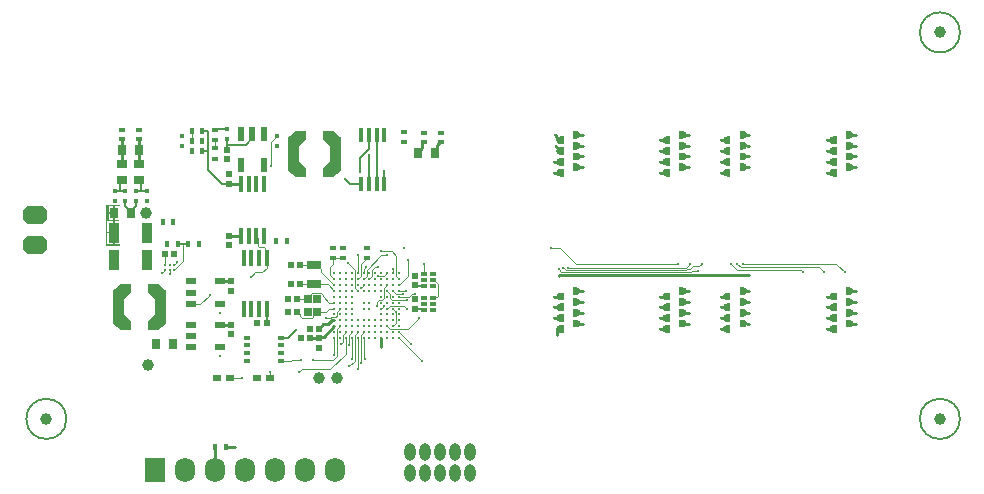
<source format=gtl>
G04*
G04 #@! TF.GenerationSoftware,Altium Limited,Altium Designer,24.3.1 (35)*
G04*
G04 Layer_Physical_Order=1*
G04 Layer_Color=255*
%FSLAX44Y44*%
%MOMM*%
G71*
G04*
G04 #@! TF.SameCoordinates,35E8F126-3BB9-435E-BEC0-E910B6038B45*
G04*
G04*
G04 #@! TF.FilePolarity,Positive*
G04*
G01*
G75*
%ADD14C,0.2540*%
%ADD15C,0.1270*%
%ADD16C,0.2032*%
%ADD17C,0.1778*%
%ADD20R,0.4500X0.5500*%
%ADD21R,0.4000X1.3500*%
%ADD22R,0.5200X0.5200*%
%ADD23R,0.6500X0.7500*%
%ADD24R,1.3000X0.7000*%
%ADD25R,0.5000X0.3000*%
%ADD26R,0.6200X1.2200*%
%ADD27R,0.4000X1.4000*%
%ADD28R,0.4500X1.1500*%
%ADD29R,0.8500X0.5500*%
%ADD30C,0.2700*%
%ADD31C,0.2100*%
%ADD32R,0.5500X0.4500*%
%ADD33R,0.7000X0.9000*%
%ADD34R,0.4900X0.4900*%
%ADD35R,0.5000X0.4000*%
%ADD36R,0.4000X0.3250*%
%ADD37R,0.7000X0.5000*%
%ADD38R,0.5200X0.5200*%
%ADD39R,0.9000X0.7000*%
%ADD40R,0.9500X1.7000*%
%AMCUSTOMSHAPE70*
4,1,10,-0.7250,1.9465,0.1650,1.9435,0.7250,1.3935,0.7250,-1.3965,0.1650,-1.9465,-0.7250,-1.9436,-0.7250,-1.1686,-0.1429,-0.5714,-0.1474,0.5786,-0.7250,1.1715,-0.7250,1.9465,0.0*%
%ADD70CUSTOMSHAPE70*%

%AMCUSTOMSHAPE71*
4,1,10,0.7250,1.9465,-0.1650,1.9435,-0.7250,1.3935,-0.7250,-1.3965,-0.1650,-1.9465,0.7250,-1.9436,0.7250,-1.1686,0.1429,-0.5714,0.1474,0.5786,0.7250,1.1715,0.7250,1.9465,0.0*%
%ADD71CUSTOMSHAPE71*%

%ADD72C,1.0000*%
%ADD73C,0.0762*%
G04:AMPARAMS|DCode=74|XSize=1.6002mm|YSize=2.032mm|CornerRadius=0mm|HoleSize=0mm|Usage=FLASHONLY|Rotation=90.000|XOffset=0mm|YOffset=0mm|HoleType=Round|Shape=Octagon|*
%AMOCTAGOND74*
4,1,8,-1.0160,-0.4001,-1.0160,0.4001,-0.6160,0.8001,0.6160,0.8001,1.0160,0.4001,1.0160,-0.4001,0.6160,-0.8001,-0.6160,-0.8001,-1.0160,-0.4001,0.0*
%
%ADD74OCTAGOND74*%

%ADD75R,1.7000X2.1000*%
%ADD76O,1.7000X2.1000*%
%ADD77O,0.9500X1.4732*%
%ADD78C,0.2540*%
G36*
X515817Y655862D02*
X515513Y655100D01*
X511825D01*
Y649330D01*
Y643560D01*
X515410D01*
X515764Y642798D01*
X515411Y642313D01*
X511845D01*
Y632543D01*
Y622773D01*
X515968D01*
Y621691D01*
X503885D01*
Y656407D01*
X515444D01*
X515817Y655862D01*
D02*
G37*
%LPC*%
G36*
X510555Y655100D02*
X506420D01*
Y649965D01*
X510555D01*
Y655100D01*
D02*
G37*
G36*
Y648695D02*
X506420D01*
Y643560D01*
X510555D01*
Y648695D01*
D02*
G37*
G36*
X510575Y642313D02*
X505190D01*
Y633178D01*
X510575D01*
Y642313D01*
D02*
G37*
G36*
Y631908D02*
X505190D01*
Y622773D01*
X510575D01*
Y631908D01*
D02*
G37*
%LPD*%
G36*
G01X888668Y575184D02*
G02Y581788I0J3302D01*
G01X891668D01*
G01Y575184D01*
G01X888668D01*
D02*
G37*
G36*
G01Y566040D02*
G02Y572644I0J3302D01*
G01X891668D01*
G01Y566040D01*
G01X888668D01*
D02*
G37*
G36*
G01Y556896D02*
G02Y563500I0J3302D01*
G01X891668D01*
G01Y556896D01*
G01X888668D01*
D02*
G37*
G36*
G01Y547752D02*
G02Y554356I0J3302D01*
G01X891668D01*
G01Y547752D01*
G01X888668D01*
D02*
G37*
G36*
G01X902542Y586360D02*
G02Y579756I0J-3302D01*
G01X899542D01*
G01Y586360D01*
G01X902542D01*
D02*
G37*
G36*
G01Y577216D02*
G02Y570612I0J-3302D01*
G01X899542D01*
G01Y577216D01*
G01X902542D01*
D02*
G37*
G36*
G01Y568072D02*
G02Y561468I0J-3302D01*
G01X899542D01*
G01Y568072D01*
G01X902542D01*
D02*
G37*
G36*
G01Y558928D02*
G02Y552324I0J-3302D01*
G01X899542D01*
G01Y558928D01*
G01X902542D01*
D02*
G37*
G36*
G01X978584Y575184D02*
G02Y581788I0J3302D01*
G01X981584D01*
G01Y575184D01*
G01X978584D01*
D02*
G37*
G36*
G01Y566040D02*
G02Y572644I0J3302D01*
G01X981584D01*
G01Y566040D01*
G01X978584D01*
D02*
G37*
G36*
G01Y556896D02*
G02Y563500I0J3302D01*
G01X981584D01*
G01Y556896D01*
G01X978584D01*
D02*
G37*
G36*
G01Y547752D02*
G02Y554356I0J3302D01*
G01X981584D01*
G01Y547752D01*
G01X978584D01*
D02*
G37*
G36*
G01X992458Y586360D02*
G02Y579756I0J-3302D01*
G01X989458D01*
G01Y586360D01*
G01X992458D01*
D02*
G37*
G36*
G01Y577216D02*
G02Y570612I0J-3302D01*
G01X989458D01*
G01Y577216D01*
G01X992458D01*
D02*
G37*
G36*
G01Y568072D02*
G02Y561468I0J-3302D01*
G01X989458D01*
G01Y568072D01*
G01X992458D01*
D02*
G37*
G36*
G01Y558928D02*
G02Y552324I0J-3302D01*
G01X989458D01*
G01Y558928D01*
G01X992458D01*
D02*
G37*
G36*
G01X1029892Y575184D02*
G02Y581788I0J3302D01*
G01X1032892D01*
G01Y575184D01*
G01X1029892D01*
D02*
G37*
G36*
G01Y566040D02*
G02Y572644I0J3302D01*
G01X1032892D01*
G01Y566040D01*
G01X1029892D01*
D02*
G37*
G36*
G01Y556896D02*
G02Y563500I0J3302D01*
G01X1032892D01*
G01Y556896D01*
G01X1029892D01*
D02*
G37*
G36*
G01Y547752D02*
G02Y554356I0J3302D01*
G01X1032892D01*
G01Y547752D01*
G01X1029892D01*
D02*
G37*
G36*
G01X1043766Y586360D02*
G02Y579756I0J-3302D01*
G01X1040766D01*
G01Y586360D01*
G01X1043766D01*
D02*
G37*
G36*
G01Y577216D02*
G02Y570612I0J-3302D01*
G01X1040766D01*
G01Y577216D01*
G01X1043766D01*
D02*
G37*
G36*
G01Y568072D02*
G02Y561468I0J-3302D01*
G01X1040766D01*
G01Y568072D01*
G01X1043766D01*
D02*
G37*
G36*
G01Y558928D02*
G02Y552324I0J-3302D01*
G01X1040766D01*
G01Y558928D01*
G01X1043766D01*
D02*
G37*
G36*
G01X1119808Y575184D02*
G02Y581788I0J3302D01*
G01X1122808D01*
G01Y575184D01*
G01X1119808D01*
D02*
G37*
G36*
G01Y566040D02*
G02Y572644I0J3302D01*
G01X1122808D01*
G01Y566040D01*
G01X1119808D01*
D02*
G37*
G36*
G01Y556896D02*
G02Y563500I0J3302D01*
G01X1122808D01*
G01Y556896D01*
G01X1119808D01*
D02*
G37*
G36*
G01Y547752D02*
G02Y554356I0J3302D01*
G01X1122808D01*
G01Y547752D01*
G01X1119808D01*
D02*
G37*
G36*
G01X1133682Y586360D02*
G02Y579756I0J-3302D01*
G01X1130682D01*
G01Y586360D01*
G01X1133682D01*
D02*
G37*
G36*
G01Y577216D02*
G02Y570612I0J-3302D01*
G01X1130682D01*
G01Y577216D01*
G01X1133682D01*
D02*
G37*
G36*
G01Y568072D02*
G02Y561468I0J-3302D01*
G01X1130682D01*
G01Y568072D01*
G01X1133682D01*
D02*
G37*
G36*
G01Y558928D02*
G02Y552324I0J-3302D01*
G01X1130682D01*
G01Y558928D01*
G01X1133682D01*
D02*
G37*
G36*
G01X888668Y707518D02*
G02Y714122I0J3302D01*
G01X891668D01*
G01Y707518D01*
G01X888668D01*
D02*
G37*
G36*
G01Y698374D02*
G02Y704978I0J3302D01*
G01X891668D01*
G01Y698374D01*
G01X888668D01*
D02*
G37*
G36*
G01Y689230D02*
G02Y695834I0J3302D01*
G01X891668D01*
G01Y689230D01*
G01X888668D01*
D02*
G37*
G36*
G01Y680086D02*
G02Y686690I0J3302D01*
G01X891668D01*
G01Y680086D01*
G01X888668D01*
D02*
G37*
G36*
G01X902542Y718694D02*
G02Y712090I0J-3302D01*
G01X899542D01*
G01Y718694D01*
G01X902542D01*
D02*
G37*
G36*
G01Y709550D02*
G02Y702946I0J-3302D01*
G01X899542D01*
G01Y709550D01*
G01X902542D01*
D02*
G37*
G36*
G01Y700406D02*
G02Y693802I0J-3302D01*
G01X899542D01*
G01Y700406D01*
G01X902542D01*
D02*
G37*
G36*
G01Y691262D02*
G02Y684658I0J-3302D01*
G01X899542D01*
G01Y691262D01*
G01X902542D01*
D02*
G37*
G36*
G01X978584Y707518D02*
G02Y714122I0J3302D01*
G01X981584D01*
G01Y707518D01*
G01X978584D01*
D02*
G37*
G36*
G01Y698374D02*
G02Y704978I0J3302D01*
G01X981584D01*
G01Y698374D01*
G01X978584D01*
D02*
G37*
G36*
G01Y689230D02*
G02Y695834I0J3302D01*
G01X981584D01*
G01Y689230D01*
G01X978584D01*
D02*
G37*
G36*
G01Y680086D02*
G02Y686690I0J3302D01*
G01X981584D01*
G01Y680086D01*
G01X978584D01*
D02*
G37*
G36*
G01X992458Y718694D02*
G02Y712090I0J-3302D01*
G01X989458D01*
G01Y718694D01*
G01X992458D01*
D02*
G37*
G36*
G01Y709550D02*
G02Y702946I0J-3302D01*
G01X989458D01*
G01Y709550D01*
G01X992458D01*
D02*
G37*
G36*
G01Y700406D02*
G02Y693802I0J-3302D01*
G01X989458D01*
G01Y700406D01*
G01X992458D01*
D02*
G37*
G36*
G01Y691262D02*
G02Y684658I0J-3302D01*
G01X989458D01*
G01Y691262D01*
G01X992458D01*
D02*
G37*
G36*
G01X1029892Y707518D02*
G02Y714122I0J3302D01*
G01X1032892D01*
G01Y707518D01*
G01X1029892D01*
D02*
G37*
G36*
G01Y698374D02*
G02Y704978I0J3302D01*
G01X1032892D01*
G01Y698374D01*
G01X1029892D01*
D02*
G37*
G36*
G01Y689230D02*
G02Y695834I0J3302D01*
G01X1032892D01*
G01Y689230D01*
G01X1029892D01*
D02*
G37*
G36*
G01Y680086D02*
G02Y686690I0J3302D01*
G01X1032892D01*
G01Y680086D01*
G01X1029892D01*
D02*
G37*
G36*
G01X1043766Y718694D02*
G02Y712090I0J-3302D01*
G01X1040766D01*
G01Y718694D01*
G01X1043766D01*
D02*
G37*
G36*
G01Y709550D02*
G02Y702946I0J-3302D01*
G01X1040766D01*
G01Y709550D01*
G01X1043766D01*
D02*
G37*
G36*
G01Y700406D02*
G02Y693802I0J-3302D01*
G01X1040766D01*
G01Y700406D01*
G01X1043766D01*
D02*
G37*
G36*
G01Y691262D02*
G02Y684658I0J-3302D01*
G01X1040766D01*
G01Y691262D01*
G01X1043766D01*
D02*
G37*
G36*
G01X1119808Y707518D02*
G02Y714122I0J3302D01*
G01X1122808D01*
G01Y707518D01*
G01X1119808D01*
D02*
G37*
G36*
G01Y698374D02*
G02Y704978I0J3302D01*
G01X1122808D01*
G01Y698374D01*
G01X1119808D01*
D02*
G37*
G36*
G01Y689230D02*
G02Y695834I0J3302D01*
G01X1122808D01*
G01Y689230D01*
G01X1119808D01*
D02*
G37*
G36*
G01Y680086D02*
G02Y686690I0J3302D01*
G01X1122808D01*
G01Y680086D01*
G01X1119808D01*
D02*
G37*
G36*
G01X1133682Y718694D02*
G02Y712090I0J-3302D01*
G01X1130682D01*
G01Y718694D01*
G01X1133682D01*
D02*
G37*
G36*
G01Y709550D02*
G02Y702946I0J-3302D01*
G01X1130682D01*
G01Y709550D01*
G01X1133682D01*
D02*
G37*
G36*
G01Y700406D02*
G02Y693802I0J-3302D01*
G01X1130682D01*
G01Y700406D01*
G01X1133682D01*
D02*
G37*
G36*
G01Y691262D02*
G02Y684658I0J-3302D01*
G01X1130682D01*
G01Y691262D01*
G01X1133682D01*
D02*
G37*
D14*
X605900Y451361D02*
X613045D01*
X596900Y440690D02*
Y451361D01*
X692349Y554940D02*
X695686Y558277D01*
X697273D01*
X688236Y554940D02*
X692349D01*
X684554Y551258D02*
X688236Y554940D01*
X737304Y536046D02*
Y543308D01*
X887847Y596329D02*
X1048677D01*
X884822Y706234D02*
X886460Y704596D01*
X884486Y715158D02*
X886124Y713520D01*
X887812Y596294D02*
X887847Y596329D01*
X886103Y550765D02*
X886392Y551054D01*
X886103Y550765D02*
X886103Y546320D01*
X995269Y555626D02*
X997585Y555626D01*
X995269Y564770D02*
X997585Y564770D01*
X995269Y573914D02*
X997585Y573914D01*
X995269Y583058D02*
X997585Y583058D01*
X995269Y715392D02*
X997585Y715392D01*
X973457Y710820D02*
X975773Y710820D01*
X1136493Y687960D02*
X1138809Y687960D01*
X1136493Y697104D02*
X1138809Y697104D01*
X1136493Y706248D02*
X1138809Y706248D01*
X1136493Y715392D02*
X1138809Y715392D01*
X1114681Y683388D02*
X1116997Y683388D01*
X1114681Y692532D02*
X1116997Y692532D01*
X1114681Y701676D02*
X1116997Y701676D01*
X1114681Y710820D02*
X1116997Y710820D01*
X1046577Y687960D02*
X1048893Y687960D01*
X1046577Y697104D02*
X1048893Y697104D01*
X1046577Y706248D02*
X1048893Y706248D01*
X1046577Y715392D02*
X1048893Y715392D01*
X1024765Y710820D02*
X1027081Y710820D01*
X1024765Y701676D02*
X1027081Y701676D01*
X1024765Y692532D02*
X1027081Y692532D01*
X1024765Y683388D02*
X1027081Y683388D01*
X995269Y687960D02*
X997585Y687960D01*
X995269Y697104D02*
X997585Y697104D01*
X995269Y706248D02*
X997585Y706248D01*
X973457Y683388D02*
X975773Y683388D01*
X973457Y692532D02*
X975773Y692532D01*
X973457Y701676D02*
X975773Y701676D01*
X883541Y683388D02*
X885857Y683388D01*
X883541Y692532D02*
X885857Y692532D01*
X905353Y687960D02*
X907669Y687960D01*
X905353Y697104D02*
X907669Y697104D01*
X905353Y706248D02*
X907669Y706248D01*
X905353Y715392D02*
X907669Y715392D01*
X883541Y560198D02*
X885857Y560198D01*
X883541Y569342D02*
X885857Y569342D01*
X883541Y578486D02*
X885857Y578486D01*
X905353Y555626D02*
X907669Y555626D01*
X905353Y564770D02*
X907669Y564770D01*
X905353Y573914D02*
X907669Y573914D01*
X905353Y583058D02*
X907669Y583058D01*
X973457Y551054D02*
X975773Y551054D01*
X973457Y560198D02*
X975773Y560198D01*
X973457Y569342D02*
X975773Y569342D01*
X973457Y578486D02*
X975773Y578486D01*
X1136493Y555626D02*
X1138809Y555626D01*
X1136493Y564770D02*
X1138809Y564770D01*
X1136493Y573914D02*
X1138809Y573914D01*
X1136493Y583058D02*
X1138809Y583058D01*
X1114681Y551054D02*
X1116997Y551054D01*
X1114681Y560198D02*
X1116997Y560198D01*
X1114681Y569342D02*
X1116997Y569342D01*
X1114681Y578486D02*
X1116997Y578486D01*
X1046577Y555626D02*
X1048893Y555626D01*
X1046577Y564770D02*
X1048893Y564770D01*
X1046577Y573914D02*
X1048893Y573914D01*
X1046577Y583058D02*
X1048893Y583058D01*
X1024765Y551054D02*
X1027081Y551054D01*
X1024765Y560198D02*
X1027081Y560198D01*
X1024765Y569342D02*
X1027081Y569342D01*
X1024765Y578486D02*
X1027081Y578486D01*
X607955Y629855D02*
X618455D01*
X607955Y673855D02*
X618455D01*
X772185Y704256D02*
Y708480D01*
X768639Y699710D02*
Y700710D01*
X772185Y708480D02*
X772915Y709210D01*
X768639Y700710D02*
X772185Y704256D01*
X772915Y709210D02*
X773415D01*
X784869Y706940D02*
X787139Y709210D01*
X784869Y702940D02*
Y706940D01*
X787139Y709210D02*
X787639D01*
X782639Y700710D02*
X784869Y702940D01*
X684554Y543258D02*
X685884Y544588D01*
X677104Y543258D02*
X684554D01*
X688584Y544588D02*
X697304Y553308D01*
X685884Y544588D02*
X688584D01*
X600669Y554663D02*
X609919D01*
X600669Y591266D02*
X609919D01*
X518043Y691056D02*
Y702248D01*
X782639Y699710D02*
Y700710D01*
X517931Y702360D02*
Y711748D01*
X532155Y702360D02*
Y711748D01*
X532043Y691056D02*
Y702248D01*
D15*
X658160Y543678D02*
X664762Y550279D01*
X652455Y543678D02*
X658160D01*
X739893Y673427D02*
Y684673D01*
X726893Y673427D02*
Y698344D01*
X733393Y673427D02*
Y703121D01*
Y715427D01*
X710940Y673427D02*
X720393D01*
X726893Y703726D02*
Y715427D01*
X718894Y695726D02*
X726893Y703726D01*
X718894Y683649D02*
Y695726D01*
X706393Y677974D02*
X710940Y673427D01*
X524140Y649427D02*
X527908Y653195D01*
X524140Y649330D02*
Y649427D01*
X596744Y720375D02*
X601437D01*
X596236Y719867D02*
X596744Y720375D01*
X606424Y720312D02*
X606486Y720250D01*
X601499Y720312D02*
X606424D01*
X601437Y720375D02*
X601499Y720312D01*
X569525Y622993D02*
X573910D01*
X565140D02*
X569525D01*
X527908Y653195D02*
X527924D01*
X529543Y654815D01*
Y659455D01*
X524140Y649427D02*
Y651233D01*
X520543Y654824D02*
Y659455D01*
X522178Y653195D02*
X524140Y651233D01*
X520543Y654824D02*
X522172Y653195D01*
X522178D01*
X590806Y685787D02*
Y701943D01*
X602738Y673855D02*
X607955D01*
X590806Y685787D02*
X602738Y673855D01*
X590806Y701943D02*
Y717720D01*
X585834Y701943D02*
X590806D01*
X589584Y718943D02*
X590806Y717720D01*
X585834Y718943D02*
X589584D01*
X606486Y707187D02*
Y711500D01*
Y702875D02*
Y707187D01*
X622618D02*
X628205Y712775D01*
Y715775D01*
X606486Y707187D02*
X622618D01*
X534043Y668205D02*
Y675056D01*
Y668205D02*
X538543D01*
X529543D02*
X534043D01*
X516043D02*
X520543D01*
X511543D02*
X516043D01*
Y675056D02*
X518043Y677056D01*
X516043Y668205D02*
Y675056D01*
X511543Y668205D02*
X511543Y668205D01*
D16*
X1227255Y474920D02*
G03*
X1227255Y474920I-17000J0D01*
G01*
X470701D02*
G03*
X470701Y474920I-17000J0D01*
G01*
X1227255Y802100D02*
G03*
X1227255Y802100I-17000J0D01*
G01*
D17*
X765972Y568139D02*
X766414Y567697D01*
X640169Y555706D02*
Y568308D01*
X766414Y567697D02*
X773279D01*
X773721Y567255D01*
X773277Y587736D02*
X773719Y587294D01*
X766412Y587736D02*
X773277D01*
X765970Y588178D02*
X766412Y587736D01*
X532043Y702248D02*
X532155Y702360D01*
X517931Y702360D02*
X518043Y702248D01*
D20*
X596900Y451361D02*
D03*
X605900D02*
D03*
X573910Y622993D02*
D03*
X582910D02*
D03*
X657205Y625355D02*
D03*
X648205D02*
D03*
X576834Y710443D02*
D03*
X585834D02*
D03*
X585834Y718943D02*
D03*
X576834D02*
D03*
X585834Y701943D02*
D03*
X576834D02*
D03*
X556140Y622993D02*
D03*
X565140D02*
D03*
X552140Y641281D02*
D03*
X561140D02*
D03*
D21*
X640169Y611308D02*
D03*
X633669D02*
D03*
Y568308D02*
D03*
X627169D02*
D03*
X640169D02*
D03*
X627169Y611308D02*
D03*
X620669D02*
D03*
Y568308D02*
D03*
D22*
X668554Y588808D02*
D03*
X660554D02*
D03*
X668554Y604808D02*
D03*
X660554D02*
D03*
X640169Y555706D02*
D03*
X632169D02*
D03*
X676554Y551258D02*
D03*
X684554D02*
D03*
X562148Y614633D02*
D03*
X554148D02*
D03*
X658364Y576058D02*
D03*
X666364D02*
D03*
X658364Y565538D02*
D03*
X666364D02*
D03*
D23*
X682574Y565558D02*
D03*
Y576058D02*
D03*
X675074D02*
D03*
Y565558D02*
D03*
D24*
X680554Y588808D02*
D03*
Y604808D02*
D03*
D25*
X781221Y577255D02*
D03*
Y572255D02*
D03*
Y567255D02*
D03*
X773721D02*
D03*
Y572255D02*
D03*
Y577255D02*
D03*
X773719Y587294D02*
D03*
Y592294D02*
D03*
Y597294D02*
D03*
X781219D02*
D03*
Y592294D02*
D03*
Y587294D02*
D03*
X652455Y524178D02*
D03*
Y530678D02*
D03*
Y537178D02*
D03*
Y543678D02*
D03*
X623755Y524178D02*
D03*
Y530678D02*
D03*
Y537178D02*
D03*
Y543678D02*
D03*
D26*
X637705Y689575D02*
D03*
X618705D02*
D03*
Y715775D02*
D03*
X628205D02*
D03*
X637705D02*
D03*
D27*
X618455Y629855D02*
D03*
X624955D02*
D03*
X631455D02*
D03*
X637955D02*
D03*
Y673855D02*
D03*
X631455D02*
D03*
X624955D02*
D03*
X618455D02*
D03*
D28*
X739893Y715427D02*
D03*
X733393D02*
D03*
X726893D02*
D03*
X720393D02*
D03*
X739893Y673427D02*
D03*
X733393D02*
D03*
X726893D02*
D03*
X720393D02*
D03*
D29*
X576169Y591266D02*
D03*
Y581766D02*
D03*
Y572266D02*
D03*
X600669D02*
D03*
Y591266D02*
D03*
X576169Y554663D02*
D03*
Y545163D02*
D03*
Y535663D02*
D03*
X600669D02*
D03*
Y554663D02*
D03*
D30*
X697304Y598308D02*
D03*
X702304D02*
D03*
X707304D02*
D03*
X712304D02*
D03*
X717304D02*
D03*
X722304D02*
D03*
X727304D02*
D03*
X732304D02*
D03*
X737304D02*
D03*
X742304D02*
D03*
X747304D02*
D03*
X752304D02*
D03*
X697304Y593308D02*
D03*
X702304D02*
D03*
X707304D02*
D03*
X712304D02*
D03*
X717304D02*
D03*
X722304D02*
D03*
X727304D02*
D03*
X732304D02*
D03*
X737304D02*
D03*
X742304D02*
D03*
X747304D02*
D03*
X752304D02*
D03*
X697304Y588308D02*
D03*
X702304D02*
D03*
X707304D02*
D03*
X712304D02*
D03*
X717304D02*
D03*
X722304D02*
D03*
X727304D02*
D03*
X732304D02*
D03*
X737304D02*
D03*
X742304D02*
D03*
X747304D02*
D03*
X752304D02*
D03*
X697304Y583308D02*
D03*
X702304D02*
D03*
X707304D02*
D03*
X712304D02*
D03*
X717304D02*
D03*
X722304D02*
D03*
X727304D02*
D03*
X732304D02*
D03*
X737304D02*
D03*
X742304D02*
D03*
X747304D02*
D03*
X752304D02*
D03*
X697304Y578308D02*
D03*
X702304D02*
D03*
X707304D02*
D03*
X712304D02*
D03*
X737304D02*
D03*
X742304D02*
D03*
X747304D02*
D03*
X752304D02*
D03*
X697304Y573308D02*
D03*
X702304D02*
D03*
X707304D02*
D03*
X712304D02*
D03*
X722304D02*
D03*
X727304D02*
D03*
X737304D02*
D03*
X742304D02*
D03*
X747304D02*
D03*
X752304D02*
D03*
X697304Y568308D02*
D03*
X702304D02*
D03*
X707304D02*
D03*
X712304D02*
D03*
X722304D02*
D03*
X727304D02*
D03*
X737304D02*
D03*
X742304D02*
D03*
X747304D02*
D03*
X752304D02*
D03*
X697304Y563308D02*
D03*
X702304D02*
D03*
X707304D02*
D03*
X712304D02*
D03*
X737304D02*
D03*
X742304D02*
D03*
X747304D02*
D03*
X752304D02*
D03*
X697304Y558308D02*
D03*
X702304D02*
D03*
X707304D02*
D03*
X712304D02*
D03*
X717304D02*
D03*
X722304D02*
D03*
X727304D02*
D03*
X732304D02*
D03*
X737304D02*
D03*
X742304D02*
D03*
X747304D02*
D03*
X752304D02*
D03*
X697304Y553308D02*
D03*
X702304D02*
D03*
X707304D02*
D03*
X712304D02*
D03*
X717304D02*
D03*
X722304D02*
D03*
X727304D02*
D03*
X732304D02*
D03*
X737304D02*
D03*
X742304D02*
D03*
X747304D02*
D03*
X752304D02*
D03*
X697304Y548308D02*
D03*
X702304D02*
D03*
X707304D02*
D03*
X712304D02*
D03*
X717304D02*
D03*
X722304D02*
D03*
X727304D02*
D03*
X732304D02*
D03*
X737304D02*
D03*
X742304D02*
D03*
X747304D02*
D03*
X752304D02*
D03*
X697304Y543308D02*
D03*
X702304D02*
D03*
X707304D02*
D03*
X712304D02*
D03*
X717304D02*
D03*
X722304D02*
D03*
X727304D02*
D03*
X732304D02*
D03*
X737304D02*
D03*
X742304D02*
D03*
X747304D02*
D03*
X752304D02*
D03*
D31*
X562148Y605383D02*
D03*
Y601383D02*
D03*
X558148Y605383D02*
D03*
Y601383D02*
D03*
X554148Y605383D02*
D03*
Y601383D02*
D03*
D32*
X596236Y703875D02*
D03*
Y694875D02*
D03*
Y719867D02*
D03*
Y710867D02*
D03*
X696614Y610808D02*
D03*
Y619808D02*
D03*
X705114Y610808D02*
D03*
Y619808D02*
D03*
X724924Y610808D02*
D03*
Y619808D02*
D03*
D33*
X518043Y702248D02*
D03*
X532043D02*
D03*
X782639Y699710D02*
D03*
X768639D02*
D03*
X546960Y537913D02*
D03*
X560960D02*
D03*
X525190Y649330D02*
D03*
X511190D02*
D03*
D34*
X677104Y543258D02*
D03*
X669004D02*
D03*
D35*
X756920Y709432D02*
D03*
Y717432D02*
D03*
X773415Y709210D02*
D03*
Y717210D02*
D03*
X787639Y709210D02*
D03*
Y717210D02*
D03*
X532155Y711748D02*
D03*
Y719748D02*
D03*
X517931Y711748D02*
D03*
Y719748D02*
D03*
D36*
X606486Y711500D02*
D03*
Y720250D02*
D03*
X649113Y714390D02*
D03*
Y705640D02*
D03*
X568584Y714616D02*
D03*
Y705866D02*
D03*
X538543Y659455D02*
D03*
Y668205D02*
D03*
X511543Y659455D02*
D03*
Y668205D02*
D03*
X529543Y668205D02*
D03*
Y659455D02*
D03*
X520543Y668205D02*
D03*
Y659455D02*
D03*
D37*
X609069Y509298D02*
D03*
X598069D02*
D03*
X643373D02*
D03*
X632373D02*
D03*
D38*
X765970Y568004D02*
D03*
Y576004D02*
D03*
X765970Y588178D02*
D03*
Y596178D02*
D03*
X684554Y535258D02*
D03*
Y543258D02*
D03*
X606486Y694875D02*
D03*
Y702875D02*
D03*
X607955Y629855D02*
D03*
Y621855D02*
D03*
Y673855D02*
D03*
Y681855D02*
D03*
X609919Y583266D02*
D03*
Y591266D02*
D03*
X609919Y546663D02*
D03*
Y554663D02*
D03*
D39*
X532043Y691056D02*
D03*
Y677056D02*
D03*
X518043Y691056D02*
D03*
Y677056D02*
D03*
D40*
X511210Y609733D02*
D03*
X539210D02*
D03*
X511210Y632543D02*
D03*
X539210D02*
D03*
D70*
X695393Y699030D02*
D03*
X547190Y569673D02*
D03*
D71*
X665893Y699030D02*
D03*
X517691Y569673D02*
D03*
D72*
X1210255Y474920D02*
D03*
X453701D02*
D03*
X1210255Y802100D02*
D03*
X699770Y509269D02*
D03*
X684530Y509268D02*
D03*
X539750Y520700D02*
D03*
X538014Y648983D02*
D03*
D73*
X668552Y562118D02*
Y563349D01*
X670412Y560258D02*
X678875D01*
X666364Y565538D02*
X668552Y563349D01*
Y562118D02*
X670412Y560258D01*
X693169Y568308D02*
X697304D01*
X690419Y565558D02*
X693169Y568308D01*
X682574Y565558D02*
X690419D01*
X687796Y578681D02*
X693169Y573308D01*
X686589Y581158D02*
X687796Y579951D01*
Y578681D02*
Y579951D01*
X693169Y573308D02*
X697304D01*
X666364Y576058D02*
X675074D01*
X682574Y565058D02*
Y565558D01*
X679705Y562189D02*
X682574Y565058D01*
X679705Y561088D02*
Y562189D01*
X678875Y560258D02*
X679705Y561088D01*
X678674Y581158D02*
X686589D01*
X698322Y560801D02*
X699811Y562289D01*
X694640Y560644D02*
X694797Y560801D01*
X690735Y560644D02*
X694640D01*
X694797Y560801D02*
X698322D01*
X699811Y565815D02*
X702304Y568308D01*
X699811Y562289D02*
Y565815D01*
X677943Y578927D02*
Y580427D01*
X678674Y581158D01*
X675074Y576058D02*
X677943Y578927D01*
X638880Y612596D02*
X640169Y611308D01*
X631455Y629855D02*
X632820Y628490D01*
Y621681D02*
Y628490D01*
X638880Y612596D02*
Y619449D01*
X632820Y621681D02*
X633936Y620565D01*
X637764D01*
X638880Y619449D01*
X626670Y594807D02*
X630802Y598939D01*
X636646D01*
X640169Y602461D01*
Y611308D01*
X668554Y588808D02*
X691804D01*
X722555Y608939D02*
X724424Y610808D01*
X722555Y608439D02*
Y608939D01*
X719811Y605695D02*
X722555Y608439D01*
X719811Y595815D02*
Y605695D01*
X724424Y610808D02*
X724924D01*
X722304Y598308D02*
Y602052D01*
X724171Y603919D01*
X717304Y593308D02*
X719811Y595815D01*
X709084Y606902D02*
X714797Y601189D01*
Y585815D02*
Y601189D01*
X719811Y585815D02*
X722304Y588308D01*
X624955Y629855D02*
X624984Y629826D01*
X889815Y599030D02*
X999260D01*
X887373Y601472D02*
X889815Y599030D01*
X880746Y619759D02*
X888976D01*
X902448Y606287D02*
X988674D01*
X888976Y619759D02*
X902448Y606287D01*
X693888Y603718D02*
X696614Y606444D01*
X693888Y596723D02*
Y603718D01*
Y596723D02*
X697304Y593308D01*
X696614Y606444D02*
Y610808D01*
X782219Y592294D02*
X783338Y591175D01*
Y591169D02*
Y591175D01*
Y591169D02*
X785015Y589492D01*
X781219Y592294D02*
X782219D01*
X785015Y579044D02*
Y589492D01*
X782340Y578374D02*
X784345D01*
X785015Y579044D01*
X679083Y525025D02*
X696547D01*
X643373Y509298D02*
Y514327D01*
X893329Y600554D02*
X995097D01*
X999260Y599030D02*
X1000574Y600344D01*
X995097Y600554D02*
X996388Y601846D01*
X781221Y577255D02*
X782340Y578374D01*
X661750Y525025D02*
X669006D01*
X652455Y524178D02*
X660902D01*
X661750Y525025D01*
X739811Y577289D02*
Y585815D01*
X738322Y575801D02*
X739811Y577289D01*
Y585815D02*
X742304Y588308D01*
X735329Y575801D02*
X738322D01*
X734804Y595808D02*
X739804D01*
X742304Y598308D01*
X694059Y516937D02*
X707304Y530183D01*
X670375Y516937D02*
X694059D01*
X707304Y530183D02*
Y543308D01*
X717304Y598308D02*
X717417Y598421D01*
Y613284D02*
X717531Y613397D01*
X717417Y598421D02*
Y613284D01*
X714797Y585815D02*
X717304Y583308D01*
X709811Y537178D02*
Y545815D01*
X712304Y548308D01*
X733717Y570815D02*
Y574189D01*
X735329Y575801D01*
X703393Y538151D02*
Y538182D01*
X704811Y539600D01*
Y545815D02*
X707304Y548308D01*
X704811Y539600D02*
Y545815D01*
X714797Y523974D02*
Y545801D01*
X710262Y519439D02*
X714797Y523974D01*
Y545801D02*
X717304Y548308D01*
X719811Y545815D02*
X722304Y548308D01*
X719811Y522232D02*
Y545815D01*
X712304Y525813D02*
Y543308D01*
X699797Y528275D02*
Y550801D01*
X696547Y525025D02*
X699797Y528275D01*
X697304Y529229D02*
Y543307D01*
X697304Y543308D02*
X697304Y543307D01*
Y529229D02*
X697305Y529229D01*
X667765Y514327D02*
X670375Y516937D01*
X619731Y509298D02*
X619760Y509270D01*
X609069Y509298D02*
X619731D01*
X699797Y550801D02*
X702304Y553308D01*
X891601Y602281D02*
X893329Y600554D01*
X891120Y602281D02*
X891601D01*
X895410Y602967D02*
X995354D01*
X998674Y606287D01*
X996388Y601846D02*
X998971D01*
X1001258Y604132D01*
X1006519D02*
X1008674Y606287D01*
X1001258Y604132D02*
X1006519D01*
X1000574Y600344D02*
X1005269D01*
X773719Y597294D02*
Y605974D01*
X765933Y580688D02*
X766274Y581028D01*
X763122Y580688D02*
X765933D01*
X760836Y578402D02*
X763122Y580688D01*
X1122691Y606287D02*
X1129752Y599226D01*
X1043676Y606287D02*
X1122691D01*
X1038881Y601082D02*
X1092337D01*
X1094192Y599226D01*
X1033676Y606287D02*
X1038881Y601082D01*
X1041652Y603312D02*
X1107886D01*
X1038677Y606287D02*
X1041652Y603312D01*
X1107886D02*
X1111972Y599226D01*
X722304Y527376D02*
Y543308D01*
X744811Y570815D02*
X756249D01*
X758997Y568067D01*
X737304Y568308D02*
X739811Y570815D01*
X736765Y616760D02*
X746101D01*
X749797Y595815D02*
Y613064D01*
X746101Y616760D02*
X749797Y613064D01*
Y595815D02*
X752304Y593308D01*
X737084Y613397D02*
X742260D01*
X724811Y601124D02*
X737084Y613397D01*
X747304Y598308D02*
Y601833D01*
X732171Y603648D02*
X734136D01*
X734256Y603768D01*
X729811Y595815D02*
Y601288D01*
X732171Y603648D01*
X727304Y593308D02*
X729811Y595815D01*
X724811Y595815D02*
Y601124D01*
X744797Y550815D02*
X759985D01*
X769633Y560463D01*
X752398Y578402D02*
X760836D01*
X742304Y583308D02*
X744797Y580815D01*
Y577289D02*
Y580815D01*
Y577289D02*
X746271Y575815D01*
X752304Y578308D02*
X752398Y578402D01*
X746271Y575815D02*
X759324D01*
X749797Y580815D02*
X755278D01*
X747304Y583308D02*
X749797Y580815D01*
X742304Y553308D02*
X744797Y550815D01*
X749797Y555801D02*
Y565815D01*
X747304Y553308D02*
X749797Y555801D01*
X752304Y548308D02*
X762654Y537958D01*
X752304Y588308D02*
X759907Y595911D01*
Y609192D01*
X752304Y543308D02*
X771464Y524148D01*
X747304Y568308D02*
X749797Y565815D01*
X648738Y714390D02*
X649113D01*
X644033Y709685D02*
X648738Y714390D01*
X644033Y689067D02*
Y709685D01*
X596236Y710867D02*
X596236Y710867D01*
Y703375D02*
Y710867D01*
X717304Y516964D02*
Y543308D01*
X722304Y593308D02*
X724811Y595815D01*
X722304Y527376D02*
X723900Y525780D01*
X742304Y568308D02*
X744811Y570815D01*
X583967Y572266D02*
X591919Y580218D01*
X576169Y572266D02*
X583967D01*
X752304Y583308D02*
X758337D01*
X691804Y588808D02*
X697304Y583308D01*
X683554Y604808D02*
X686673Y601689D01*
Y598939D02*
Y601689D01*
Y598939D02*
X697304Y588308D01*
X680554Y604808D02*
X683554D01*
X569525Y608760D02*
Y622993D01*
X562148Y601383D02*
X569525Y608760D01*
X554148Y605383D02*
Y614633D01*
X562148Y605383D02*
X564698Y607933D01*
X551598Y598833D02*
X554148Y601383D01*
X558148Y597403D02*
Y601383D01*
Y597403D02*
Y597403D01*
X558148Y597403D01*
X696614Y610808D02*
X705114D01*
X668554Y604808D02*
X680554D01*
X576834Y710443D02*
Y718943D01*
Y710443D02*
X576834D01*
D74*
X444500Y622300D02*
D03*
Y647700D02*
D03*
D75*
X546100Y431800D02*
D03*
D76*
X571500D02*
D03*
X596900D02*
D03*
X622300D02*
D03*
X647700D02*
D03*
X673100D02*
D03*
X698500D02*
D03*
D77*
X762002Y429262D02*
D03*
Y447042D02*
D03*
X774702Y429262D02*
D03*
Y447042D02*
D03*
X787402Y429262D02*
D03*
Y447042D02*
D03*
X800102Y429262D02*
D03*
Y447042D02*
D03*
X812802Y429262D02*
D03*
Y447042D02*
D03*
D78*
X613045Y451361D02*
D03*
X739893Y717601D02*
D03*
X697941Y715775D02*
D03*
X511128Y602701D02*
D03*
X513597Y614441D02*
D03*
X509080Y613345D02*
D03*
X690735Y560644D02*
D03*
X660554Y588808D02*
D03*
X664762Y550279D02*
D03*
X724171Y603919D02*
D03*
X747304Y543308D02*
D03*
X719811Y585815D02*
D03*
X648205Y625355D02*
D03*
X657205D02*
D03*
X624984Y629826D02*
D03*
X887373Y601472D02*
D03*
X762002Y422912D02*
D03*
X453390Y622300D02*
D03*
Y647700D02*
D03*
X546100Y422910D02*
D03*
X781219Y592294D02*
D03*
X699770Y509269D02*
D03*
X643373Y514327D02*
D03*
X632873Y509298D02*
D03*
X812802Y453392D02*
D03*
X787402D02*
D03*
X762002D02*
D03*
X774702D02*
D03*
X812803Y422912D02*
D03*
X787402D02*
D03*
X774703D02*
D03*
X698500Y440690D02*
D03*
X647700D02*
D03*
X622300D02*
D03*
X884822Y706234D02*
D03*
X884486Y715158D02*
D03*
X932564Y596299D02*
D03*
X983175Y596325D02*
D03*
X886103Y546320D02*
D03*
X997585Y555626D02*
D03*
Y564770D02*
D03*
Y573914D02*
D03*
Y583058D02*
D03*
Y715392D02*
D03*
X973457Y710820D02*
D03*
X576834Y718943D02*
D03*
X652455Y530678D02*
D03*
X669006Y525025D02*
D03*
X623755Y524178D02*
D03*
Y537178D02*
D03*
X734804Y595808D02*
D03*
X747304Y593308D02*
D03*
X742304D02*
D03*
X747304Y588308D02*
D03*
X709084Y606902D02*
D03*
X717531Y613397D02*
D03*
X709811Y537178D02*
D03*
X733717Y570815D02*
D03*
X623755Y543678D02*
D03*
X703393Y538182D02*
D03*
X623755Y530678D02*
D03*
X710262Y519439D02*
D03*
X712304Y525813D02*
D03*
X719811Y522232D02*
D03*
X679083Y525025D02*
D03*
X697305Y529229D02*
D03*
X667765Y514327D02*
D03*
X619731Y509298D02*
D03*
X891120Y602281D02*
D03*
X895410Y602967D02*
D03*
X1005269Y600344D02*
D03*
X887812Y596294D02*
D03*
X880746Y619759D02*
D03*
X988674Y606287D02*
D03*
X998674D02*
D03*
X1008674D02*
D03*
X773719Y605974D02*
D03*
X766274Y581028D02*
D03*
X1094192Y599226D02*
D03*
X1033676Y606287D02*
D03*
X1043676D02*
D03*
X1129752Y599226D02*
D03*
X1111972Y599226D02*
D03*
X1038677Y606287D02*
D03*
X1048677Y596329D02*
D03*
X1138809Y687960D02*
D03*
Y697104D02*
D03*
Y706248D02*
D03*
Y715392D02*
D03*
X1114681Y683388D02*
D03*
Y692532D02*
D03*
Y701676D02*
D03*
Y710820D02*
D03*
X1048893Y687960D02*
D03*
Y697104D02*
D03*
Y706248D02*
D03*
Y715392D02*
D03*
X1024765Y710820D02*
D03*
Y701676D02*
D03*
Y692532D02*
D03*
Y683388D02*
D03*
X997585Y687960D02*
D03*
Y697104D02*
D03*
Y706248D02*
D03*
X973457Y683388D02*
D03*
Y692532D02*
D03*
Y701676D02*
D03*
X883541Y683388D02*
D03*
Y692532D02*
D03*
X907669Y687960D02*
D03*
Y697104D02*
D03*
Y706248D02*
D03*
Y715392D02*
D03*
X883541Y560198D02*
D03*
Y569342D02*
D03*
Y578486D02*
D03*
X907669Y555626D02*
D03*
Y564770D02*
D03*
Y573914D02*
D03*
Y583058D02*
D03*
X973457Y551054D02*
D03*
Y560198D02*
D03*
Y569342D02*
D03*
Y578486D02*
D03*
X1138809Y555626D02*
D03*
Y564770D02*
D03*
Y573914D02*
D03*
Y583058D02*
D03*
X1114681Y551054D02*
D03*
Y560198D02*
D03*
Y569342D02*
D03*
Y578486D02*
D03*
X1048893Y555626D02*
D03*
Y564770D02*
D03*
Y573914D02*
D03*
Y583058D02*
D03*
X1024765Y551054D02*
D03*
Y560198D02*
D03*
Y569342D02*
D03*
Y578486D02*
D03*
X749797Y565815D02*
D03*
X758997Y568067D02*
D03*
X739811Y570815D02*
D03*
X736765Y616760D02*
D03*
X742260Y613397D02*
D03*
X773721Y577255D02*
D03*
X747304Y601833D02*
D03*
X734256Y603768D02*
D03*
X769633Y560463D02*
D03*
X759324Y575815D02*
D03*
X755278Y580815D02*
D03*
X762654Y537958D02*
D03*
X760022Y609307D02*
D03*
X705114Y619808D02*
D03*
X771464Y524148D02*
D03*
X666393Y713815D02*
D03*
X649113Y705640D02*
D03*
X706393Y677974D02*
D03*
X718894Y683649D02*
D03*
X739893Y684673D02*
D03*
X720747Y714553D02*
D03*
X726893Y698344D02*
D03*
X733393Y703121D02*
D03*
X644033Y689067D02*
D03*
X538870Y633441D02*
D03*
X601437Y720375D02*
D03*
X532155Y719748D02*
D03*
X517931D02*
D03*
X684554Y536528D02*
D03*
X717304Y516964D02*
D03*
X756920Y619808D02*
D03*
X737304Y536046D02*
D03*
X724924Y619808D02*
D03*
X574939Y591266D02*
D03*
X591919Y580218D02*
D03*
X697304Y578308D02*
D03*
X599069Y509298D02*
D03*
X781219Y587294D02*
D03*
X781221Y567255D02*
D03*
X712304Y593308D02*
D03*
X724924Y610808D02*
D03*
X626670Y594807D02*
D03*
X511543Y659455D02*
D03*
X538543D02*
D03*
X758337Y583308D02*
D03*
X676554Y551258D02*
D03*
X696614Y619808D02*
D03*
X669004Y543258D02*
D03*
X640169Y555706D02*
D03*
X632169D02*
D03*
X742304Y543308D02*
D03*
X765970Y588178D02*
D03*
X765970Y568004D02*
D03*
X781221Y572255D02*
D03*
X781219Y597294D02*
D03*
X765970Y596178D02*
D03*
X773721Y572255D02*
D03*
X765970Y576004D02*
D03*
X723900Y525780D02*
D03*
X697304Y553308D02*
D03*
X543642Y587110D02*
D03*
X575169Y582721D02*
D03*
X576169Y535663D02*
D03*
X620669Y568308D02*
D03*
X575689Y545913D02*
D03*
X554148Y614633D02*
D03*
X582910Y622993D02*
D03*
X609919Y591266D02*
D03*
X600669Y536893D02*
D03*
X600669Y573496D02*
D03*
X575689Y554663D02*
D03*
X609919Y554663D02*
D03*
X551830Y641281D02*
D03*
X561140D02*
D03*
X556140Y624281D02*
D03*
X564698Y607933D02*
D03*
X551598Y598833D02*
D03*
X558148Y597403D02*
D03*
X562148Y614633D02*
D03*
X637955Y629855D02*
D03*
X620669Y611308D02*
D03*
X607955Y629855D02*
D03*
Y621855D02*
D03*
X682574Y576058D02*
D03*
X675074Y565538D02*
D03*
X660554Y604808D02*
D03*
X658364Y565538D02*
D03*
Y576058D02*
D03*
X560960Y537913D02*
D03*
X546960Y537913D02*
D03*
X512920Y582730D02*
D03*
X540279Y627709D02*
D03*
X538966Y605383D02*
D03*
X712304Y558308D02*
D03*
X609919Y583266D02*
D03*
X609919Y546663D02*
D03*
X600669Y564496D02*
D03*
X600669Y527893D02*
D03*
X509080Y628441D02*
D03*
X524140Y649330D02*
D03*
X510140D02*
D03*
X585834Y710443D02*
D03*
X624955Y679255D02*
D03*
X568584Y705866D02*
D03*
X637705Y689575D02*
D03*
X518043Y691056D02*
D03*
X532043D02*
D03*
X631455Y679255D02*
D03*
X782639Y699710D02*
D03*
X756920Y709432D02*
D03*
X569084Y714693D02*
D03*
X576834Y701943D02*
D03*
X607955Y673855D02*
D03*
X619205Y716115D02*
D03*
X768639Y699710D02*
D03*
X618705Y689575D02*
D03*
X752304Y598308D02*
D03*
X538014Y648983D02*
D03*
X596236Y703375D02*
D03*
X606486Y694875D02*
D03*
X539750Y520700D02*
D03*
X683260Y509269D02*
D03*
X742304Y548308D02*
D03*
X712304Y563308D02*
D03*
X532043Y677056D02*
D03*
X518043D02*
D03*
X737304Y558308D02*
D03*
Y563308D02*
D03*
X697304D02*
D03*
X712304Y578308D02*
D03*
Y583308D02*
D03*
X732304D02*
D03*
X737304D02*
D03*
Y578308D02*
D03*
X727304Y573308D02*
D03*
X722304D02*
D03*
X727304Y568308D02*
D03*
X722304D02*
D03*
X787639Y717210D02*
D03*
X773415D02*
D03*
X638117Y677715D02*
D03*
X596236Y694875D02*
D03*
X607955Y681855D02*
D03*
X637705Y715775D02*
D03*
X756920Y717432D02*
D03*
M02*

</source>
